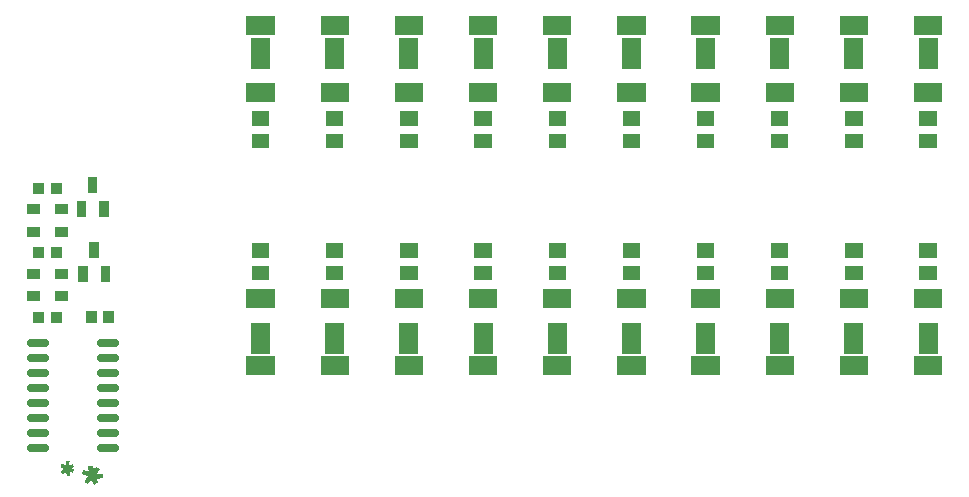
<source format=gts>
G04 Layer: TopSolderMaskLayer*
G04 EasyEDA v6.5.1, 2022-05-17 10:42:42*
G04 183223736e564f1bbe1f5351ff330512,a895fda7382342f89faddf0c187955a9,10*
G04 Gerber Generator version 0.2*
G04 Scale: 100 percent, Rotated: No, Reflected: No *
G04 Dimensions in inches *
G04 leading zeros omitted , absolute positions ,3 integer and 6 decimal *
%FSLAX36Y36*%
%MOIN*%

%ADD33C,0.0276*%

%LPD*%
G36*
X-1006600Y1510900D02*
G01*
X-1006840Y1510820D01*
X-1007000Y1510600D01*
X-1009800Y1496600D01*
X-1022200Y1499700D01*
X-1023300Y1499900D01*
X-1023800Y1499700D01*
X-1026580Y1494420D01*
X-1028199Y1491000D01*
X-1028000Y1490600D01*
X-1015900Y1485300D01*
X-1021600Y1480400D01*
X-1026120Y1476380D01*
X-1026500Y1475900D01*
X-1026400Y1475600D01*
X-1019160Y1468740D01*
X-1018700Y1468500D01*
X-1014700Y1470800D01*
X-1010200Y1473800D01*
X-1005560Y1460980D01*
X-1005200Y1460800D01*
X-1003340Y1460920D01*
X-1000200Y1461399D01*
X-996140Y1461879D01*
X-994820Y1462260D01*
X-994620Y1462460D01*
X-994700Y1463480D01*
X-995699Y1467800D01*
X-996100Y1469199D01*
X-997800Y1477400D01*
X-991200Y1474400D01*
X-984500Y1471500D01*
X-984280Y1471600D01*
X-983840Y1473180D01*
X-982480Y1481339D01*
X-982440Y1482920D01*
X-982600Y1483100D01*
X-990400Y1486300D01*
X-982300Y1491459D01*
X-982200Y1491660D01*
X-983000Y1494600D01*
X-983820Y1497220D01*
X-984599Y1500100D01*
X-985100Y1501320D01*
X-985400Y1501399D01*
X-991600Y1499100D01*
X-998800Y1496300D01*
X-996960Y1508000D01*
X-996820Y1509600D01*
X-996820Y1510580D01*
X-997020Y1510780D01*
G37*
G36*
X-921640Y1494820D02*
G01*
X-926080Y1494640D01*
X-932099Y1494620D01*
X-933900Y1494319D01*
X-934080Y1494019D01*
X-933880Y1491120D01*
X-932180Y1474319D01*
X-946940Y1480960D01*
X-950340Y1482080D01*
X-950560Y1482020D01*
X-950780Y1481620D01*
X-954300Y1468959D01*
X-953980Y1468520D01*
X-936480Y1459820D01*
X-945680Y1443120D01*
X-945680Y1442740D01*
X-945480Y1442420D01*
X-941220Y1438400D01*
X-935480Y1433320D01*
X-934980Y1433520D01*
X-923580Y1447720D01*
X-919180Y1438520D01*
X-915800Y1431819D01*
X-914880Y1430320D01*
X-914479Y1430320D01*
X-904080Y1436620D01*
X-902780Y1437520D01*
X-902280Y1438020D01*
X-902460Y1439220D01*
X-905020Y1447400D01*
X-906280Y1451120D01*
X-887680Y1452820D01*
X-887280Y1453220D01*
X-886860Y1454880D01*
X-886580Y1456620D01*
X-886440Y1458320D01*
X-885460Y1465680D01*
X-885380Y1467320D01*
X-885520Y1467720D01*
X-885780Y1467920D01*
X-890380Y1468320D01*
X-895180Y1468320D01*
X-906580Y1468920D01*
X-897140Y1480620D01*
X-894080Y1484520D01*
X-894060Y1484740D01*
X-894260Y1485040D01*
X-896960Y1486500D01*
X-900660Y1488060D01*
X-905639Y1490400D01*
X-907340Y1491060D01*
X-908420Y1491339D01*
X-908760Y1491240D01*
X-915879Y1481920D01*
X-919680Y1494420D01*
X-919900Y1494600D01*
X-920780Y1494780D01*
G37*
D33*
X-891622Y1555000D02*
G01*
X-844378Y1555000D01*
X-891622Y1605000D02*
G01*
X-844378Y1605000D01*
X-891622Y1655000D02*
G01*
X-844378Y1655000D01*
X-891622Y1705000D02*
G01*
X-844378Y1705000D01*
X-891622Y1755000D02*
G01*
X-844378Y1755000D01*
X-891622Y1805000D02*
G01*
X-844378Y1805000D01*
X-891622Y1855000D02*
G01*
X-844378Y1855000D01*
X-891622Y1905000D02*
G01*
X-844378Y1905000D01*
X-1125621Y1555000D02*
G01*
X-1078377Y1555000D01*
X-1125621Y1605000D02*
G01*
X-1078377Y1605000D01*
X-1125621Y1655000D02*
G01*
X-1078377Y1655000D01*
X-1125621Y1705000D02*
G01*
X-1078377Y1705000D01*
X-1125621Y1755000D02*
G01*
X-1078377Y1755000D01*
X-1125621Y1805000D02*
G01*
X-1078377Y1805000D01*
X-1125621Y1855000D02*
G01*
X-1078377Y1855000D01*
X-1125621Y1905000D02*
G01*
X-1078377Y1905000D01*
G36*
X-885199Y1970300D02*
G01*
X-885199Y2009699D01*
X-849699Y2009699D01*
X-849699Y1970300D01*
G37*
G36*
X-940300Y1970300D02*
G01*
X-940300Y2009699D01*
X-904800Y2009699D01*
X-904800Y1970300D01*
G37*
G36*
X-1137800Y2258200D02*
G01*
X-1137800Y2291799D01*
X-1094499Y2291799D01*
X-1094499Y2258200D01*
G37*
G36*
X-1045500Y2258200D02*
G01*
X-1045500Y2291799D01*
X-1002199Y2291799D01*
X-1002199Y2258200D01*
G37*
G36*
X-1137800Y2333200D02*
G01*
X-1137800Y2366799D01*
X-1094499Y2366799D01*
X-1094499Y2333200D01*
G37*
G36*
X-1045500Y2333200D02*
G01*
X-1045500Y2366799D01*
X-1002199Y2366799D01*
X-1002199Y2333200D01*
G37*
G36*
X-1137800Y2043200D02*
G01*
X-1137800Y2076799D01*
X-1094499Y2076799D01*
X-1094499Y2043200D01*
G37*
G36*
X-1045500Y2043200D02*
G01*
X-1045500Y2076799D01*
X-1002199Y2076799D01*
X-1002199Y2043200D01*
G37*
G36*
X-1137800Y2118200D02*
G01*
X-1137800Y2151799D01*
X-1094499Y2151799D01*
X-1094499Y2118200D01*
G37*
G36*
X-1045500Y2118200D02*
G01*
X-1045500Y2151799D01*
X-1002199Y2151799D01*
X-1002199Y2118200D01*
G37*
G36*
X-1058200Y1970999D02*
G01*
X-1058200Y2009000D01*
X-1022500Y2009000D01*
X-1022500Y1970999D01*
G37*
G36*
X-1117500Y1970999D02*
G01*
X-1117500Y2009000D01*
X-1081799Y2009000D01*
X-1081799Y1970999D01*
G37*
G36*
X-1117500Y2400999D02*
G01*
X-1117500Y2439000D01*
X-1081799Y2439000D01*
X-1081799Y2400999D01*
G37*
G36*
X-1058200Y2400999D02*
G01*
X-1058200Y2439000D01*
X-1022500Y2439000D01*
X-1022500Y2400999D01*
G37*
G36*
X-1058200Y2185999D02*
G01*
X-1058200Y2224000D01*
X-1022500Y2224000D01*
X-1022500Y2185999D01*
G37*
G36*
X-1117500Y2185999D02*
G01*
X-1117500Y2224000D01*
X-1081799Y2224000D01*
X-1081799Y2185999D01*
G37*
G36*
X1588699Y2112700D02*
G01*
X1588699Y2161300D01*
X1646899Y2161300D01*
X1646899Y2112700D01*
G37*
G36*
X1588699Y2188699D02*
G01*
X1588699Y2237300D01*
X1646899Y2237300D01*
X1646899Y2188699D01*
G37*
G36*
X-141900Y2628699D02*
G01*
X-141900Y2677300D01*
X-83699Y2677300D01*
X-83699Y2628699D01*
G37*
G36*
X-141900Y2552700D02*
G01*
X-141900Y2601300D01*
X-83699Y2601300D01*
X-83699Y2552700D01*
G37*
G36*
X1094200Y2112700D02*
G01*
X1094200Y2161300D01*
X1152399Y2161300D01*
X1152399Y2112700D01*
G37*
G36*
X1094200Y2188699D02*
G01*
X1094200Y2237300D01*
X1152399Y2237300D01*
X1152399Y2188699D01*
G37*
G36*
X352600Y2628699D02*
G01*
X352600Y2677300D01*
X410799Y2677300D01*
X410799Y2628699D01*
G37*
G36*
X352600Y2552700D02*
G01*
X352600Y2601300D01*
X410799Y2601300D01*
X410799Y2552700D01*
G37*
G36*
X599800Y2112700D02*
G01*
X599800Y2161300D01*
X658000Y2161300D01*
X658000Y2112700D01*
G37*
G36*
X599800Y2188699D02*
G01*
X599800Y2237300D01*
X658000Y2237300D01*
X658000Y2188699D01*
G37*
G36*
X846999Y2628699D02*
G01*
X846999Y2677300D01*
X905200Y2677300D01*
X905200Y2628699D01*
G37*
G36*
X846999Y2552700D02*
G01*
X846999Y2601300D01*
X905200Y2601300D01*
X905200Y2552700D01*
G37*
G36*
X105300Y2112700D02*
G01*
X105300Y2161300D01*
X163499Y2161300D01*
X163499Y2112700D01*
G37*
G36*
X105300Y2188699D02*
G01*
X105300Y2237300D01*
X163499Y2237300D01*
X163499Y2188699D01*
G37*
G36*
X1341400Y2628699D02*
G01*
X1341400Y2677300D01*
X1399600Y2677300D01*
X1399600Y2628699D01*
G37*
G36*
X1341400Y2552700D02*
G01*
X1341400Y2601300D01*
X1399600Y2601300D01*
X1399600Y2552700D01*
G37*
G36*
X-389099Y2112700D02*
G01*
X-389099Y2161300D01*
X-330900Y2161300D01*
X-330900Y2112700D01*
G37*
G36*
X-389099Y2188699D02*
G01*
X-389099Y2237300D01*
X-330900Y2237300D01*
X-330900Y2188699D01*
G37*
G36*
X1835900Y2628699D02*
G01*
X1835900Y2677300D01*
X1894099Y2677300D01*
X1894099Y2628699D01*
G37*
G36*
X1835900Y2552700D02*
G01*
X1835900Y2601300D01*
X1894099Y2601300D01*
X1894099Y2552700D01*
G37*
G36*
X1835900Y2112700D02*
G01*
X1835900Y2161300D01*
X1894099Y2161300D01*
X1894099Y2112700D01*
G37*
G36*
X1835900Y2188699D02*
G01*
X1835900Y2237300D01*
X1894099Y2237300D01*
X1894099Y2188699D01*
G37*
G36*
X-389099Y2628699D02*
G01*
X-389099Y2677300D01*
X-330900Y2677300D01*
X-330900Y2628699D01*
G37*
G36*
X-389099Y2552700D02*
G01*
X-389099Y2601300D01*
X-330900Y2601300D01*
X-330900Y2552700D01*
G37*
G36*
X1341400Y2112700D02*
G01*
X1341400Y2161300D01*
X1399600Y2161300D01*
X1399600Y2112700D01*
G37*
G36*
X1341400Y2188699D02*
G01*
X1341400Y2237300D01*
X1399600Y2237300D01*
X1399600Y2188699D01*
G37*
G36*
X105300Y2628699D02*
G01*
X105300Y2677300D01*
X163499Y2677300D01*
X163499Y2628699D01*
G37*
G36*
X105300Y2552700D02*
G01*
X105300Y2601300D01*
X163499Y2601300D01*
X163499Y2552700D01*
G37*
G36*
X846999Y2112700D02*
G01*
X846999Y2161300D01*
X905200Y2161300D01*
X905200Y2112700D01*
G37*
G36*
X846999Y2188699D02*
G01*
X846999Y2237300D01*
X905200Y2237300D01*
X905200Y2188699D01*
G37*
G36*
X599800Y2628699D02*
G01*
X599800Y2677300D01*
X658000Y2677300D01*
X658000Y2628699D01*
G37*
G36*
X599800Y2552700D02*
G01*
X599800Y2601300D01*
X658000Y2601300D01*
X658000Y2552700D01*
G37*
G36*
X352600Y2112700D02*
G01*
X352600Y2161300D01*
X410799Y2161300D01*
X410799Y2112700D01*
G37*
G36*
X352600Y2188699D02*
G01*
X352600Y2237300D01*
X410799Y2237300D01*
X410799Y2188699D01*
G37*
G36*
X1094200Y2628699D02*
G01*
X1094200Y2677300D01*
X1152399Y2677300D01*
X1152399Y2628699D01*
G37*
G36*
X1094200Y2552700D02*
G01*
X1094200Y2601300D01*
X1152399Y2601300D01*
X1152399Y2552700D01*
G37*
G36*
X-141900Y2112700D02*
G01*
X-141900Y2161300D01*
X-83699Y2161300D01*
X-83699Y2112700D01*
G37*
G36*
X-141900Y2188699D02*
G01*
X-141900Y2237300D01*
X-83699Y2237300D01*
X-83699Y2188699D01*
G37*
G36*
X1588699Y2628699D02*
G01*
X1588699Y2677300D01*
X1646899Y2677300D01*
X1646899Y2628699D01*
G37*
G36*
X1588699Y2552700D02*
G01*
X1588699Y2601300D01*
X1646899Y2601300D01*
X1646899Y2552700D01*
G37*
G36*
X1586199Y1868800D02*
G01*
X1586199Y1971199D01*
X1649399Y1971199D01*
X1649399Y1868800D01*
G37*
G36*
X1570500Y1796199D02*
G01*
X1570500Y1859400D01*
X1665100Y1859400D01*
X1665100Y1796199D01*
G37*
G36*
X1570500Y2020599D02*
G01*
X1570500Y2083800D01*
X1665100Y2083800D01*
X1665100Y2020599D01*
G37*
G36*
X-144400Y2818800D02*
G01*
X-144400Y2921199D01*
X-81199Y2921199D01*
X-81199Y2818800D01*
G37*
G36*
X-160100Y2930599D02*
G01*
X-160100Y2993800D01*
X-65500Y2993800D01*
X-65500Y2930599D01*
G37*
G36*
X-160100Y2706199D02*
G01*
X-160100Y2769400D01*
X-65500Y2769400D01*
X-65500Y2706199D01*
G37*
G36*
X1091700Y1868800D02*
G01*
X1091700Y1971199D01*
X1154899Y1971199D01*
X1154899Y1868800D01*
G37*
G36*
X1076000Y1796199D02*
G01*
X1076000Y1859400D01*
X1170600Y1859400D01*
X1170600Y1796199D01*
G37*
G36*
X1076000Y2020599D02*
G01*
X1076000Y2083800D01*
X1170600Y2083800D01*
X1170600Y2020599D01*
G37*
G36*
X350100Y2818800D02*
G01*
X350100Y2921199D01*
X413299Y2921199D01*
X413299Y2818800D01*
G37*
G36*
X334400Y2930599D02*
G01*
X334400Y2993800D01*
X429000Y2993800D01*
X429000Y2930599D01*
G37*
G36*
X334400Y2706199D02*
G01*
X334400Y2769400D01*
X429000Y2769400D01*
X429000Y2706199D01*
G37*
G36*
X597300Y1868800D02*
G01*
X597300Y1971199D01*
X660500Y1971199D01*
X660500Y1868800D01*
G37*
G36*
X581599Y1796199D02*
G01*
X581599Y1859400D01*
X676199Y1859400D01*
X676199Y1796199D01*
G37*
G36*
X581599Y2020599D02*
G01*
X581599Y2083800D01*
X676199Y2083800D01*
X676199Y2020599D01*
G37*
G36*
X844499Y2818800D02*
G01*
X844499Y2921199D01*
X907700Y2921199D01*
X907700Y2818800D01*
G37*
G36*
X828800Y2930599D02*
G01*
X828800Y2993800D01*
X923400Y2993800D01*
X923400Y2930599D01*
G37*
G36*
X828800Y2706199D02*
G01*
X828800Y2769400D01*
X923400Y2769400D01*
X923400Y2706199D01*
G37*
G36*
X102800Y1868800D02*
G01*
X102800Y1971199D01*
X165999Y1971199D01*
X165999Y1868800D01*
G37*
G36*
X87100Y1796199D02*
G01*
X87100Y1859400D01*
X181700Y1859400D01*
X181700Y1796199D01*
G37*
G36*
X87100Y2020599D02*
G01*
X87100Y2083800D01*
X181700Y2083800D01*
X181700Y2020599D01*
G37*
G36*
X1338999Y2818800D02*
G01*
X1338999Y2921199D01*
X1402200Y2921199D01*
X1402200Y2818800D01*
G37*
G36*
X1323299Y2930599D02*
G01*
X1323299Y2993800D01*
X1417899Y2993800D01*
X1417899Y2930599D01*
G37*
G36*
X1323299Y2706199D02*
G01*
X1323299Y2769400D01*
X1417899Y2769400D01*
X1417899Y2706199D01*
G37*
G36*
X-391599Y1868800D02*
G01*
X-391599Y1971199D01*
X-328400Y1971199D01*
X-328400Y1868800D01*
G37*
G36*
X-407300Y1796199D02*
G01*
X-407300Y1859400D01*
X-312699Y1859400D01*
X-312699Y1796199D01*
G37*
G36*
X-407300Y2020599D02*
G01*
X-407300Y2083800D01*
X-312699Y2083800D01*
X-312699Y2020599D01*
G37*
G36*
X1833400Y2818800D02*
G01*
X1833400Y2921199D01*
X1896599Y2921199D01*
X1896599Y2818800D01*
G37*
G36*
X1817700Y2930599D02*
G01*
X1817700Y2993800D01*
X1912299Y2993800D01*
X1912299Y2930599D01*
G37*
G36*
X1817700Y2706199D02*
G01*
X1817700Y2769400D01*
X1912299Y2769400D01*
X1912299Y2706199D01*
G37*
G36*
X1833400Y1868800D02*
G01*
X1833400Y1971199D01*
X1896599Y1971199D01*
X1896599Y1868800D01*
G37*
G36*
X1817700Y1796199D02*
G01*
X1817700Y1859400D01*
X1912299Y1859400D01*
X1912299Y1796199D01*
G37*
G36*
X1817700Y2020599D02*
G01*
X1817700Y2083800D01*
X1912299Y2083800D01*
X1912299Y2020599D01*
G37*
G36*
X-391599Y2818800D02*
G01*
X-391599Y2921199D01*
X-328400Y2921199D01*
X-328400Y2818800D01*
G37*
G36*
X-407300Y2930599D02*
G01*
X-407300Y2993800D01*
X-312699Y2993800D01*
X-312699Y2930599D01*
G37*
G36*
X-407300Y2706199D02*
G01*
X-407300Y2769400D01*
X-312699Y2769400D01*
X-312699Y2706199D01*
G37*
G36*
X1338999Y1868800D02*
G01*
X1338999Y1971199D01*
X1402200Y1971199D01*
X1402200Y1868800D01*
G37*
G36*
X1323299Y1796199D02*
G01*
X1323299Y1859400D01*
X1417899Y1859400D01*
X1417899Y1796199D01*
G37*
G36*
X1323299Y2020599D02*
G01*
X1323299Y2083800D01*
X1417899Y2083800D01*
X1417899Y2020599D01*
G37*
G36*
X102800Y2818800D02*
G01*
X102800Y2921199D01*
X165999Y2921199D01*
X165999Y2818800D01*
G37*
G36*
X87100Y2930599D02*
G01*
X87100Y2993800D01*
X181700Y2993800D01*
X181700Y2930599D01*
G37*
G36*
X87100Y2706199D02*
G01*
X87100Y2769400D01*
X181700Y2769400D01*
X181700Y2706199D01*
G37*
G36*
X844499Y1868800D02*
G01*
X844499Y1971199D01*
X907700Y1971199D01*
X907700Y1868800D01*
G37*
G36*
X828800Y1796199D02*
G01*
X828800Y1859400D01*
X923400Y1859400D01*
X923400Y1796199D01*
G37*
G36*
X828800Y2020599D02*
G01*
X828800Y2083800D01*
X923400Y2083800D01*
X923400Y2020599D01*
G37*
G36*
X597300Y2818800D02*
G01*
X597300Y2921199D01*
X660500Y2921199D01*
X660500Y2818800D01*
G37*
G36*
X581599Y2930599D02*
G01*
X581599Y2993800D01*
X676199Y2993800D01*
X676199Y2930599D01*
G37*
G36*
X581599Y2706199D02*
G01*
X581599Y2769400D01*
X676199Y2769400D01*
X676199Y2706199D01*
G37*
G36*
X350100Y1868800D02*
G01*
X350100Y1971199D01*
X413299Y1971199D01*
X413299Y1868800D01*
G37*
G36*
X334400Y1796199D02*
G01*
X334400Y1859400D01*
X429000Y1859400D01*
X429000Y1796199D01*
G37*
G36*
X334400Y2020599D02*
G01*
X334400Y2083800D01*
X429000Y2083800D01*
X429000Y2020599D01*
G37*
G36*
X1091700Y2818800D02*
G01*
X1091700Y2921199D01*
X1154899Y2921199D01*
X1154899Y2818800D01*
G37*
G36*
X1076000Y2930599D02*
G01*
X1076000Y2993800D01*
X1170600Y2993800D01*
X1170600Y2930599D01*
G37*
G36*
X1076000Y2706199D02*
G01*
X1076000Y2769400D01*
X1170600Y2769400D01*
X1170600Y2706199D01*
G37*
G36*
X-144400Y1868800D02*
G01*
X-144400Y1971199D01*
X-81199Y1971199D01*
X-81199Y1868800D01*
G37*
G36*
X-160100Y1796199D02*
G01*
X-160100Y1859400D01*
X-65500Y1859400D01*
X-65500Y1796199D01*
G37*
G36*
X-160100Y2020599D02*
G01*
X-160100Y2083800D01*
X-65500Y2083800D01*
X-65500Y2020599D01*
G37*
G36*
X1586199Y2818800D02*
G01*
X1586199Y2921199D01*
X1649399Y2921199D01*
X1649399Y2818800D01*
G37*
G36*
X1570500Y2930599D02*
G01*
X1570500Y2993800D01*
X1665100Y2993800D01*
X1665100Y2930599D01*
G37*
G36*
X1570500Y2706199D02*
G01*
X1570500Y2769400D01*
X1665100Y2769400D01*
X1665100Y2706199D01*
G37*
G36*
X-973200Y2324000D02*
G01*
X-973200Y2377199D01*
X-941599Y2377199D01*
X-941599Y2324000D01*
G37*
G36*
X-898400Y2324000D02*
G01*
X-898400Y2377199D01*
X-866799Y2377199D01*
X-866799Y2324000D01*
G37*
G36*
X-935799Y2402800D02*
G01*
X-935799Y2455999D01*
X-904200Y2455999D01*
X-904200Y2402800D01*
G37*
G36*
X-968200Y2109000D02*
G01*
X-968200Y2162199D01*
X-936599Y2162199D01*
X-936599Y2109000D01*
G37*
G36*
X-893400Y2109000D02*
G01*
X-893400Y2162199D01*
X-861799Y2162199D01*
X-861799Y2109000D01*
G37*
G36*
X-930799Y2187800D02*
G01*
X-930799Y2240999D01*
X-899200Y2240999D01*
X-899200Y2187800D01*
G37*
M02*

</source>
